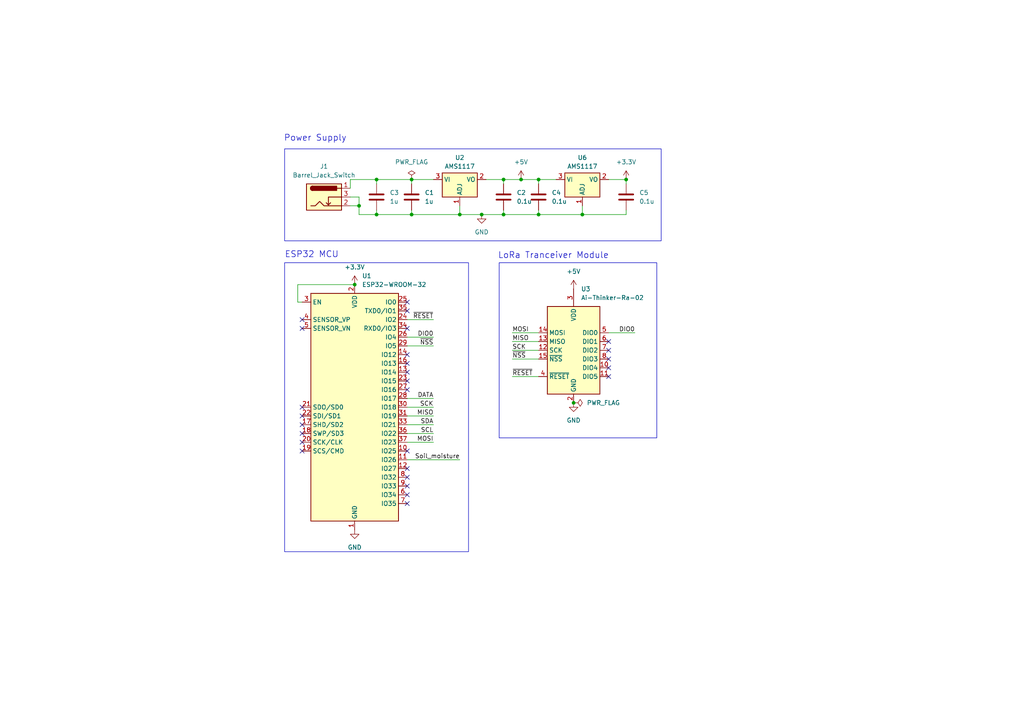
<source format=kicad_sch>
(kicad_sch (version 20250114) (generator "eeschema") (generator_version "9.0")
  (paper "A4")
  (lib_symbols
    (symbol "Connector:Barrel_Jack_Switch" (pin_names (hide yes))
      (property "Reference" "J" (at 0 5.334 0))
      (property "Value" "Barrel_Jack_Switch" (at 0 -5.08 0))
      (symbol "Barrel_Jack_Switch_0_1"
        (rectangle (start -5.08 3.81) (end 5.08 -3.81) (stroke (width 0.254)) (fill (type background)))
        (polyline (pts (xy -3.81 -2.54) (xy -2.54 -2.54) (xy -1.27 -1.27) (xy 0 -2.54) (xy 2.54 -2.54) (xy 5.08 -2.54)) (stroke (width 0.254)))
        (arc (start -3.302 1.905) (mid -3.9343 2.54) (end -3.302 3.175) (stroke (width 0.254)))
        (arc (start -3.302 1.905) (mid -3.9343 2.54) (end -3.302 3.175) (stroke (width 0.254)) (fill (type outline)))
        (polyline (pts (xy 1.27 -2.286) (xy 1.905 -1.651)) (stroke (width 0.254)))
        (rectangle (start 3.683 3.175) (end -3.302 1.905) (stroke (width 0.254)) (fill (type outline)))
        (polyline (pts (xy 5.08 2.54) (xy 3.81 2.54)) (stroke (width 0.254)))
        (polyline (pts (xy 5.08 0) (xy 1.27 0) (xy 1.27 -2.286) (xy 0.635 -1.651)) (stroke (width 0.254)))
      )
      (symbol "Barrel_Jack_Switch_1_1"
        (pin passive line (at 7.62 2.54 180) (length 2.54) (name "~") (number "1"))
        (pin passive line (at 7.62 0 180) (length 2.54) (name "~") (number "3"))
        (pin passive line (at 7.62 -2.54 180) (length 2.54) (name "~") (number "2"))
      )
    )
    (symbol "Device:C" (pin_numbers (hide yes)) (pin_names (offset 0.254))
      (property "Reference" "C" (at 0.635 2.54 0))
      (property "Value" "C" (at 0.635 -2.54 0))
      (symbol "C_0_1"
        (polyline (pts (xy -2.032 0.762) (xy 2.032 0.762)) (stroke (width 0.508)))
        (polyline (pts (xy -2.032 -0.762) (xy 2.032 -0.762)) (stroke (width 0.508)))
      )
      (symbol "C_1_1"
        (pin passive line (at 0 3.81 270) (length 2.794) (name "~") (number "1"))
        (pin passive line (at 0 -3.81 90) (length 2.794) (name "~") (number "2"))
      )
    )
    (symbol "RF_Module:Ai-Thinker-Ra-02"
      (property "Reference" "U" (at 2.54 19.05 0))
      (property "Value" "Ai-Thinker-Ra-02" (at 13.97 -15.24 0))
      (symbol "Ai-Thinker-Ra-02_0_1"
        (rectangle (start -7.62 12.7) (end 7.62 -12.7) (stroke (width 0.254)) (fill (type background)))
      )
      (symbol "Ai-Thinker-Ra-02_1_1"
        (pin input line (at -10.16 5.08 0) (length 2.54) (name "MOSI") (number "14"))
        (pin output line (at -10.16 2.54 0) (length 2.54) (name "MISO") (number "13"))
        (pin input line (at -10.16 0 0) (length 2.54) (name "SCK") (number "12"))
        (pin input line (at -10.16 -2.54 0) (length 2.54) (name "~{NSS}") (number "15"))
        (pin input line (at -10.16 -7.62 0) (length 2.54) (name "~{RESET}") (number "4"))
        (pin power_in line (at 0 17.78 270) (length 5.08) (name "VDD") (number "3"))
        (pin passive line (at 0 -15.24 90) (length 2.54) (hide yes) (name "GND") (number "1"))
        (pin passive line (at 0 -15.24 90) (length 2.54) (hide yes) (name "GND") (number "16"))
        (pin power_in line (at 0 -15.24 90) (length 2.54) (name "GND") (number "2"))
        (pin passive line (at 0 -15.24 90) (length 2.54) (hide yes) (name "GND") (number "9"))
        (pin bidirectional line (at 10.16 5.08 180) (length 2.54) (name "DIO0") (number "5"))
        (pin bidirectional line (at 10.16 2.54 180) (length 2.54) (name "DIO1") (number "6"))
        (pin bidirectional line (at 10.16 0 180) (length 2.54) (name "DIO2") (number "7"))
        (pin bidirectional line (at 10.16 -2.54 180) (length 2.54) (name "DIO3") (number "8"))
        (pin bidirectional line (at 10.16 -5.08 180) (length 2.54) (name "DIO4") (number "10"))
        (pin bidirectional line (at 10.16 -7.62 180) (length 2.54) (name "DIO5") (number "11"))
      )
    )
    (symbol "RF_Module:ESP32-WROOM-32"
      (property "Reference" "U" (at -12.7 34.29 0))
      (property "Value" "ESP32-WROOM-32" (at 1.27 34.29 0))
      (symbol "ESP32-WROOM-32_0_1"
        (rectangle (start -12.7 33.02) (end 12.7 -33.02) (stroke (width 0.254)) (fill (type background)))
      )
      (symbol "ESP32-WROOM-32_1_1"
        (pin input line (at -15.24 30.48 0) (length 2.54) (name "EN") (number "3"))
        (pin input line (at -15.24 25.4 0) (length 2.54) (name "SENSOR_VP") (number "4"))
        (pin input line (at -15.24 22.86 0) (length 2.54) (name "SENSOR_VN") (number "5"))
        (pin bidirectional line (at -15.24 0 0) (length 2.54) (name "SDO/SD0") (number "21"))
        (pin bidirectional line (at -15.24 -2.54 0) (length 2.54) (name "SDI/SD1") (number "22"))
        (pin bidirectional line (at -15.24 -5.08 0) (length 2.54) (name "SHD/SD2") (number "17"))
        (pin bidirectional line (at -15.24 -7.62 0) (length 2.54) (name "SWP/SD3") (number "18"))
        (pin bidirectional line (at -15.24 -10.16 0) (length 2.54) (name "SCK/CLK") (number "20"))
        (pin bidirectional line (at -15.24 -12.7 0) (length 2.54) (name "SCS/CMD") (number "19"))
        (pin no_connect line (at -12.7 -27.94 0) (length 2.54) (hide yes) (name "NC") (number "32"))
        (pin power_in line (at 0 35.56 270) (length 2.54) (name "VDD") (number "2"))
        (pin power_in line (at 0 -35.56 90) (length 2.54) (name "GND") (number "1"))
        (pin passive line (at 0 -35.56 90) (length 2.54) (hide yes) (name "GND") (number "15"))
        (pin passive line (at 0 -35.56 90) (length 2.54) (hide yes) (name "GND") (number "38"))
        (pin passive line (at 0 -35.56 90) (length 2.54) (hide yes) (name "GND") (number "39"))
        (pin bidirectional line (at 15.24 30.48 180) (length 2.54) (name "IO0") (number "25"))
        (pin bidirectional line (at 15.24 27.94 180) (length 2.54) (name "TXD0/IO1") (number "35"))
        (pin bidirectional line (at 15.24 25.4 180) (length 2.54) (name "IO2") (number "24"))
        (pin bidirectional line (at 15.24 22.86 180) (length 2.54) (name "RXD0/IO3") (number "34"))
        (pin bidirectional line (at 15.24 20.32 180) (length 2.54) (name "IO4") (number "26"))
        (pin bidirectional line (at 15.24 17.78 180) (length 2.54) (name "IO5") (number "29"))
        (pin bidirectional line (at 15.24 15.24 180) (length 2.54) (name "IO12") (number "14"))
        (pin bidirectional line (at 15.24 12.7 180) (length 2.54) (name "IO13") (number "16"))
        (pin bidirectional line (at 15.24 10.16 180) (length 2.54) (name "IO14") (number "13"))
        (pin bidirectional line (at 15.24 7.62 180) (length 2.54) (name "IO15") (number "23"))
        (pin bidirectional line (at 15.24 5.08 180) (length 2.54) (name "IO16") (number "27"))
        (pin bidirectional line (at 15.24 2.54 180) (length 2.54) (name "IO17") (number "28"))
        (pin bidirectional line (at 15.24 0 180) (length 2.54) (name "IO18") (number "30"))
        (pin bidirectional line (at 15.24 -2.54 180) (length 2.54) (name "IO19") (number "31"))
        (pin bidirectional line (at 15.24 -5.08 180) (length 2.54) (name "IO21") (number "33"))
        (pin bidirectional line (at 15.24 -7.62 180) (length 2.54) (name "IO22") (number "36"))
        (pin bidirectional line (at 15.24 -10.16 180) (length 2.54) (name "IO23") (number "37"))
        (pin bidirectional line (at 15.24 -12.7 180) (length 2.54) (name "IO25") (number "10"))
        (pin bidirectional line (at 15.24 -15.24 180) (length 2.54) (name "IO26") (number "11"))
        (pin bidirectional line (at 15.24 -17.78 180) (length 2.54) (name "IO27") (number "12"))
        (pin bidirectional line (at 15.24 -20.32 180) (length 2.54) (name "IO32") (number "8"))
        (pin bidirectional line (at 15.24 -22.86 180) (length 2.54) (name "IO33") (number "9"))
        (pin input line (at 15.24 -25.4 180) (length 2.54) (name "IO34") (number "6"))
        (pin input line (at 15.24 -27.94 180) (length 2.54) (name "IO35") (number "7"))
      )
    )
    (symbol "Regulator_Linear:AMS1117"
      (property "Reference" "U" (at -3.81 3.175 0))
      (property "Value" "AMS1117" (at 0 3.175 0))
      (symbol "AMS1117_0_1"
        (rectangle (start -5.08 -5.08) (end 5.08 1.905) (stroke (width 0.254)) (fill (type background)))
      )
      (symbol "AMS1117_1_1"
        (pin power_in line (at -7.62 0 0) (length 2.54) (name "VI") (number "3"))
        (pin input line (at 0 -7.62 90) (length 2.54) (name "ADJ") (number "1"))
        (pin power_out line (at 7.62 0 180) (length 2.54) (name "VO") (number "2"))
      )
    )
    (symbol "power:+3.3V" (power) (pin_numbers (hide yes)) (pin_names (offset 0) (hide yes))
      (property "Value" "+3.3V" (at 0 3.556 0))
      (symbol "+3.3V_0_1"
        (polyline (pts (xy -0.762 1.27) (xy 0 2.54)))
        (polyline (pts (xy 0 2.54) (xy 0.762 1.27)))
        (polyline (pts (xy 0 0) (xy 0 2.54)))
      )
      (symbol "+3.3V_1_1"
        (pin power_in line (at 0 0 90) (length 0) (name "~") (number "1"))
      )
    )
    (symbol "power:+5V" (power) (pin_numbers (hide yes)) (pin_names (offset 0) (hide yes))
      (property "Value" "+5V" (at 0 3.556 0))
      (symbol "+5V_0_1"
        (polyline (pts (xy -0.762 1.27) (xy 0 2.54)))
        (polyline (pts (xy 0 2.54) (xy 0.762 1.27)))
        (polyline (pts (xy 0 0) (xy 0 2.54)))
      )
      (symbol "+5V_1_1"
        (pin power_in line (at 0 0 90) (length 0) (name "~") (number "1"))
      )
    )
    (symbol "power:GND" (power) (pin_numbers (hide yes)) (pin_names (offset 0) (hide yes))
      (property "Value" "GND" (at 0 -3.81 0))
      (symbol "GND_0_1"
        (polyline (pts (xy 0 0) (xy 0 -1.27) (xy 1.27 -1.27) (xy 0 -2.54) (xy -1.27 -1.27) (xy 0 -1.27)))
      )
      (symbol "GND_1_1"
        (pin power_in line (at 0 0 270) (length 0) (name "~") (number "1"))
      )
    )
    (symbol "power:PWR_FLAG" (power) (pin_numbers (hide yes)) (pin_names (offset 0) (hide yes))
      (property "Value" "PWR_FLAG" (at 0 3.81 0))
      (symbol "PWR_FLAG_0_0"
        (pin power_out line (at 0 0 90) (length 0) (name "~") (number "1"))
      )
      (symbol "PWR_FLAG_0_1"
        (polyline (pts (xy 0 0) (xy 0 1.27) (xy -1.016 1.905) (xy 0 2.54) (xy 1.016 1.905) (xy 0 1.27)))
      )
    )
  )
  (rectangle (start 82.55 76.2) (end 135.89 160.02))
  (rectangle (start 82.55 43.18) (end 191.77 69.85))
  (rectangle (start 144.78 76.2) (end 190.5 127))
  (text "ESP32 MCU" (at 90.424 73.914 0) (effects (font (size 1.778 1.778))))
  (text "Power Supply" (at 91.44 40.132 0) (effects (font (size 1.778 1.778))))
  (text "LoRa Tranceiver Module" (at 160.528 74.168 0) (effects (font (size 1.778 1.778))))
  (junction (at 168.91 62.23))
  (junction (at 109.22 52.07))
  (junction (at 156.21 62.23))
  (junction (at 119.38 62.23))
  (junction (at 102.87 82.55))
  (junction (at 151.13 52.07))
  (junction (at 104.14 59.69))
  (junction (at 166.37 116.84))
  (junction (at 119.38 52.07))
  (junction (at 146.05 62.23))
  (junction (at 109.22 62.23))
  (junction (at 156.21 52.07))
  (junction (at 133.35 62.23))
  (junction (at 139.7 62.23))
  (junction (at 181.61 52.07))
  (junction (at 146.05 52.07))
  (no_connect (at 118.11 135.89))
  (no_connect (at 118.11 138.43))
  (no_connect (at 118.11 110.49))
  (no_connect (at 176.53 101.6))
  (no_connect (at 118.11 102.87))
  (no_connect (at 176.53 104.14))
  (no_connect (at 87.63 120.65))
  (no_connect (at 87.63 118.11))
  (no_connect (at 87.63 128.27))
  (no_connect (at 118.11 146.05))
  (no_connect (at 118.11 143.51))
  (no_connect (at 87.63 95.25))
  (no_connect (at 118.11 90.17))
  (no_connect (at 118.11 105.41))
  (no_connect (at 118.11 113.03))
  (no_connect (at 118.11 95.25))
  (no_connect (at 87.63 123.19))
  (no_connect (at 118.11 107.95))
  (no_connect (at 87.63 130.81))
  (no_connect (at 87.63 125.73))
  (no_connect (at 87.63 92.71))
  (no_connect (at 176.53 106.68))
  (no_connect (at 118.11 140.97))
  (no_connect (at 176.53 99.06))
  (no_connect (at 118.11 130.81))
  (no_connect (at 118.11 87.63))
  (no_connect (at 176.53 109.22))
  (wire (pts (xy 109.22 52.07) (xy 119.38 52.07)))
  (wire (pts (xy 104.14 59.69) (xy 104.14 62.23)))
  (wire (pts (xy 148.59 101.6) (xy 156.21 101.6)))
  (wire (pts (xy 148.59 104.14) (xy 156.21 104.14)))
  (wire (pts (xy 109.22 60.96) (xy 109.22 62.23)))
  (wire (pts (xy 176.53 52.07) (xy 181.61 52.07)))
  (wire (pts (xy 125.73 115.57) (xy 118.11 115.57)))
  (wire (pts (xy 156.21 62.23) (xy 168.91 62.23)))
  (wire (pts (xy 125.73 100.33) (xy 118.11 100.33)))
  (wire (pts (xy 125.73 118.11) (xy 118.11 118.11)))
  (wire (pts (xy 139.7 62.23) (xy 146.05 62.23)))
  (wire (pts (xy 146.05 52.07) (xy 146.05 53.34)))
  (wire (pts (xy 109.22 62.23) (xy 119.38 62.23)))
  (wire (pts (xy 146.05 62.23) (xy 156.21 62.23)))
  (wire (pts (xy 125.73 97.79) (xy 118.11 97.79)))
  (wire (pts (xy 86.36 87.63) (xy 86.36 82.55)))
  (wire (pts (xy 148.59 109.22) (xy 156.21 109.22)))
  (wire (pts (xy 118.11 123.19) (xy 125.73 123.19)))
  (wire (pts (xy 101.6 54.61) (xy 101.6 52.07)))
  (wire (pts (xy 125.73 128.27) (xy 118.11 128.27)))
  (wire (pts (xy 146.05 52.07) (xy 151.13 52.07)))
  (wire (pts (xy 101.6 59.69) (xy 104.14 59.69)))
  (wire (pts (xy 119.38 62.23) (xy 133.35 62.23)))
  (wire (pts (xy 181.61 52.07) (xy 181.61 53.34)))
  (wire (pts (xy 156.21 52.07) (xy 156.21 53.34)))
  (wire (pts (xy 168.91 62.23) (xy 181.61 62.23)))
  (wire (pts (xy 118.11 125.73) (xy 125.73 125.73)))
  (wire (pts (xy 101.6 57.15) (xy 104.14 57.15)))
  (wire (pts (xy 148.59 96.52) (xy 156.21 96.52)))
  (wire (pts (xy 181.61 60.96) (xy 181.61 62.23)))
  (wire (pts (xy 156.21 62.23) (xy 156.21 60.96)))
  (wire (pts (xy 133.35 59.69) (xy 133.35 62.23)))
  (wire (pts (xy 125.73 92.71) (xy 118.11 92.71)))
  (wire (pts (xy 151.13 52.07) (xy 156.21 52.07)))
  (wire (pts (xy 104.14 62.23) (xy 109.22 62.23)))
  (wire (pts (xy 140.97 52.07) (xy 146.05 52.07)))
  (wire (pts (xy 86.36 82.55) (xy 102.87 82.55)))
  (wire (pts (xy 156.21 52.07) (xy 161.29 52.07)))
  (wire (pts (xy 119.38 52.07) (xy 125.73 52.07)))
  (wire (pts (xy 118.11 133.35) (xy 133.35 133.35)))
  (wire (pts (xy 109.22 53.34) (xy 109.22 52.07)))
  (wire (pts (xy 87.63 87.63) (xy 86.36 87.63)))
  (wire (pts (xy 104.14 57.15) (xy 104.14 59.69)))
  (wire (pts (xy 119.38 52.07) (xy 119.38 53.34)))
  (wire (pts (xy 125.73 120.65) (xy 118.11 120.65)))
  (wire (pts (xy 133.35 62.23) (xy 139.7 62.23)))
  (wire (pts (xy 119.38 60.96) (xy 119.38 62.23)))
  (wire (pts (xy 168.91 59.69) (xy 168.91 62.23)))
  (wire (pts (xy 184.15 96.52) (xy 176.53 96.52)))
  (wire (pts (xy 148.59 99.06) (xy 156.21 99.06)))
  (wire (pts (xy 101.6 52.07) (xy 109.22 52.07)))
  (wire (pts (xy 146.05 60.96) (xy 146.05 62.23)))
  (label "~{NSS}" (at 125.73 100.33 180))
  (label "SCK" (at 148.59 101.6 0))
  (label "Soil_moisture" (at 133.35 133.35 180))
  (label "MISO" (at 148.59 99.06 0))
  (label "~{RESET}" (at 148.59 109.22 0))
  (label "MOSI" (at 125.73 128.27 180))
  (label "DIO0" (at 125.73 97.79 180))
  (label "DIO0" (at 184.15 96.52 180))
  (label "~{NSS}" (at 148.59 104.14 0))
  (label "MISO" (at 125.73 120.65 180))
  (label "SCL" (at 125.73 125.73 180))
  (label "MOSI" (at 148.59 96.52 0))
  (label "~{RESET}" (at 125.73 92.71 180))
  (label "SCK" (at 125.73 118.11 180))
  (label "DATA" (at 125.73 115.57 180))
  (label "SDA" (at 125.73 123.19 180))
  (symbol (lib_id "Device:C") (at 156.21 57.15 0) (unit 1)
    (property "Reference" "C4" (at 160.02 55.8799 0) (effects (justify left)))
    (property "Value" "0.1u" (at 160.02 58.4199 0) (effects (justify left)))
    (property "Footprint" "Capacitor_SMD:C_0805_2012Metric" (effects (hide yes)))
    (property "Description" "Unpolarized capacitor" (effects (hide yes)))
  )
  (symbol (lib_id "Device:C") (at 181.61 57.15 0) (unit 1)
    (property "Reference" "C5" (at 185.42 55.8799 0) (effects (justify left)))
    (property "Value" "0.1u" (at 185.42 58.4199 0) (effects (justify left)))
    (property "Footprint" "Capacitor_SMD:C_0805_2012Metric" (effects (hide yes)))
    (property "Description" "Unpolarized capacitor" (effects (hide yes)))
  )
  (symbol (lib_id "power:+5V") (at 151.13 52.07 0) (unit 1)
    (property "Reference" "#PWR08" (effects (hide yes)))
    (property "Value" "+5V" (at 151.13 46.99 0))
    (property "Description" "Power symbol creates a global label with name \"+5V\"" (effects (hide yes)))
  )
  (symbol (lib_id "power:+5V") (at 166.37 83.82 0) (unit 1)
    (property "Reference" "#PWR01" (effects (hide yes)))
    (property "Value" "+5V" (at 166.37 78.74 0))
    (property "Description" "Power symbol creates a global label with name \"+5V\"" (effects (hide yes)))
  )
  (symbol (lib_id "Device:C") (at 119.38 57.15 0) (unit 1)
    (property "Reference" "C1" (at 123.19 55.8799 0) (effects (justify left)))
    (property "Value" "1u" (at 123.19 58.4199 0) (effects (justify left)))
    (property "Footprint" "Capacitor_SMD:C_0805_2012Metric" (effects (hide yes)))
    (property "Description" "Unpolarized capacitor" (effects (hide yes)))
  )
  (symbol (lib_id "power:GND") (at 139.7 62.23 0) (unit 1)
    (property "Reference" "#PWR012" (effects (hide yes)))
    (property "Value" "GND" (at 139.7 67.31 0))
    (property "Description" "Power symbol creates a global label with name \"GND\" , ground" (effects (hide yes)))
  )
  (symbol (lib_id "Regulator_Linear:AMS1117") (at 133.35 52.07 0) (unit 1)
    (property "Reference" "U2" (at 133.35 45.72 0))
    (property "Value" "AMS1117" (at 133.35 48.26 0))
    (property "Footprint" "Package_TO_SOT_SMD:SOT-223-3_TabPin2" (effects (hide yes)))
    (property "Datasheet" "http://www.advanced-monolithic.com/pdf/ds1117.pdf" (effects (hide yes)))
    (property "Description" "1A Low Dropout regulator, positive, adjustable output, SOT-223" (effects (hide yes)))
  )
  (symbol (lib_id "Device:C") (at 146.05 57.15 0) (unit 1)
    (property "Reference" "C2" (at 149.86 55.8799 0) (effects (justify left)))
    (property "Value" "0.1u" (at 149.86 58.4199 0) (effects (justify left)))
    (property "Footprint" "Capacitor_SMD:C_0805_2012Metric" (effects (hide yes)))
    (property "Description" "Unpolarized capacitor" (effects (hide yes)))
  )
  (symbol (lib_id "power:PWR_FLAG") (at 119.38 52.07 0) (unit 1)
    (property "Reference" "#FLG01" (effects (hide yes)))
    (property "Value" "PWR_FLAG" (at 119.38 46.99 0))
    (property "Description" "Special symbol for telling ERC where power comes from" (effects (hide yes)))
  )
  (symbol (lib_id "RF_Module:ESP32-WROOM-32") (at 102.87 118.11 0) (unit 1)
    (property "Reference" "U1" (at 105.0133 80.01 0) (effects (justify left)))
    (property "Value" "ESP32-WROOM-32" (at 105.0133 82.55 0) (effects (justify left)))
    (property "Footprint" "RF_Module:ESP32-WROOM-32" (effects (hide yes)))
    (property "Datasheet" "https://www.espressif.com/sites/default/files/documentation/esp32-wroom-32_datasheet_en.pdf" (effects (hide yes)))
    (property "Description" "RF Module, ESP32-D0WDQ6 SoC, Wi-Fi 802.11b/g/n, Bluetooth, BLE, 32-bit, 2.7-3.6V, onboard antenna, SMD" (effects (hide yes)))
  )
  (symbol (lib_id "Regulator_Linear:AMS1117") (at 168.91 52.07 0) (unit 1)
    (property "Reference" "U6" (at 168.91 45.72 0))
    (property "Value" "AMS1117" (at 168.91 48.26 0))
    (property "Footprint" "Package_TO_SOT_SMD:SOT-223-3_TabPin2" (effects (hide yes)))
    (property "Datasheet" "http://www.advanced-monolithic.com/pdf/ds1117.pdf" (effects (hide yes)))
    (property "Description" "1A Low Dropout regulator, positive, adjustable output, SOT-223" (effects (hide yes)))
  )
  (symbol (lib_id "Connector:Barrel_Jack_Switch") (at 93.98 57.15 0) (unit 1)
    (property "Reference" "J1" (at 93.98 48.26 0))
    (property "Value" "Barrel_Jack_Switch" (at 93.98 50.8 0))
    (property "Footprint" "Connector_BarrelJack:BarrelJack_Horizontal" (effects (hide yes)))
    (property "Description" "DC Barrel Jack with an internal switch" (effects (hide yes)))
  )
  (symbol (lib_id "RF_Module:Ai-Thinker-Ra-02") (at 166.37 101.6 0) (unit 1)
    (property "Reference" "U3" (at 168.5133 83.82 0) (effects (justify left)))
    (property "Value" "Ai-Thinker-Ra-02" (at 168.5133 86.36 0) (effects (justify left)))
    (property "Footprint" "RF_Module:Ai-Thinker-Ra-01-LoRa" (effects (hide yes)))
    (property "Datasheet" "http://wiki.ai-thinker.com/_media/lora/docs/c048ps01a1_ra-02_product_specification_v1.1.pdf" (effects (hide yes)))
    (property "Description" "Ai-Thinker Ra-02 410-525 MHz LoRa Module, SPI interface, U.FL antenna connector" (effects (hide yes)))
  )
  (symbol (lib_id "Device:C") (at 109.22 57.15 0) (unit 1)
    (property "Reference" "C3" (at 113.03 55.8799 0) (effects (justify left)))
    (property "Value" "1u" (at 113.03 58.4199 0) (effects (justify left)))
    (property "Footprint" "Capacitor_SMD:C_0805_2012Metric" (effects (hide yes)))
    (property "Description" "Unpolarized capacitor" (effects (hide yes)))
  )
  (symbol (lib_id "power:GND") (at 166.37 116.84 0) (unit 1)
    (property "Reference" "#PWR02" (effects (hide yes)))
    (property "Value" "GND" (at 166.37 121.92 0))
    (property "Description" "Power symbol creates a global label with name \"GND\" , ground" (effects (hide yes)))
  )
  (symbol (lib_id "power:+3.3V") (at 102.87 82.55 0) (unit 1)
    (property "Reference" "#PWR03" (effects (hide yes)))
    (property "Value" "+3.3V" (at 102.87 77.47 0))
    (property "Description" "Power symbol creates a global label with name \"+3.3V\"" (effects (hide yes)))
  )
  (symbol (lib_id "power:PWR_FLAG") (at 166.37 116.84 270) (unit 1)
    (property "Reference" "#FLG02" (effects (hide yes)))
    (property "Value" "PWR_FLAG" (at 170.18 116.8399 90) (effects (justify left)))
    (property "Description" "Special symbol for telling ERC where power comes from" (effects (hide yes)))
  )
  (symbol (lib_id "power:GND") (at 102.87 153.67 0) (unit 1)
    (property "Reference" "#PWR05" (effects (hide yes)))
    (property "Value" "GND" (at 102.87 158.75 0))
    (property "Description" "Power symbol creates a global label with name \"GND\" , ground" (effects (hide yes)))
  )
  (symbol (lib_id "power:+3.3V") (at 181.61 52.07 0) (unit 1)
    (property "Reference" "#PWR04" (effects (hide yes)))
    (property "Value" "+3.3V" (at 181.61 46.99 0))
    (property "Description" "Power symbol creates a global label with name \"+3.3V\"" (effects (hide yes)))
  )
)
</source>
